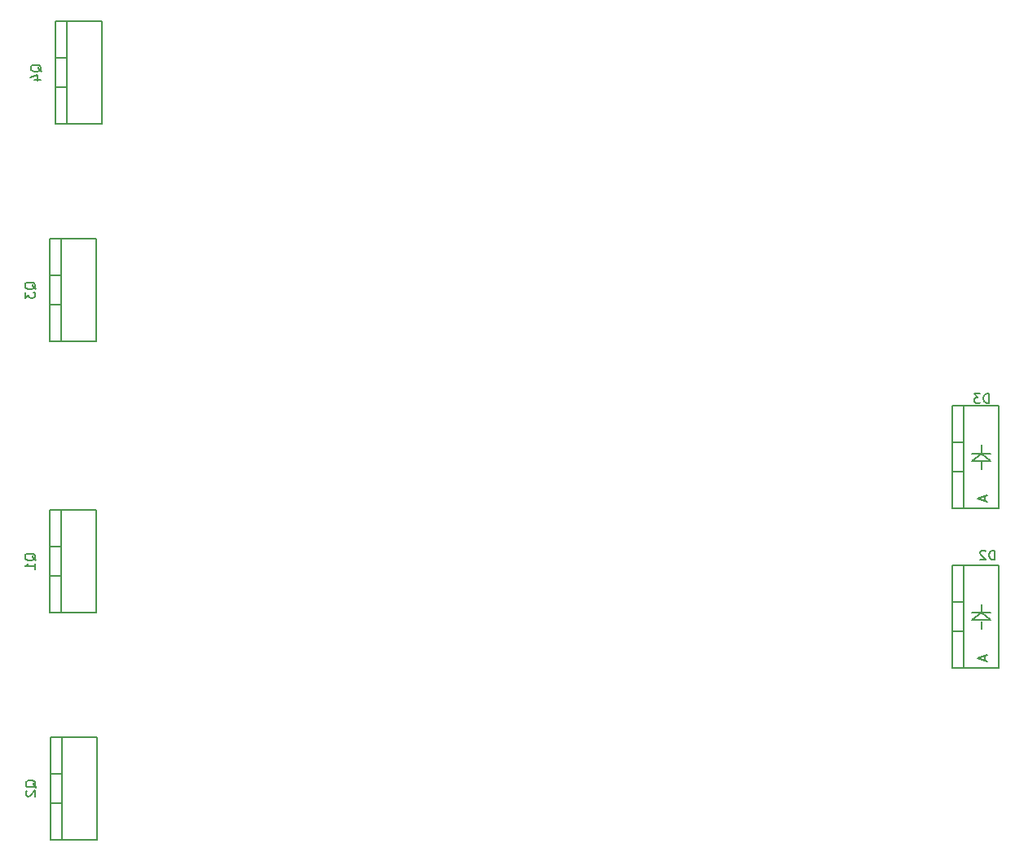
<source format=gbo>
G04 #@! TF.FileFunction,Legend,Bot*
%FSLAX46Y46*%
G04 Gerber Fmt 4.6, Leading zero omitted, Abs format (unit mm)*
G04 Created by KiCad (PCBNEW 4.0.3+e1-6302~38~ubuntu16.04.1-stable) date Tue Aug 30 03:26:48 2016*
%MOMM*%
%LPD*%
G01*
G04 APERTURE LIST*
%ADD10C,0.100000*%
%ADD11C,0.150000*%
G04 APERTURE END LIST*
D10*
D11*
X108817504Y-123384642D02*
X109960504Y-123384642D01*
X108817504Y-126432642D02*
X109960504Y-126432642D01*
X109960504Y-130242642D02*
X113643504Y-130242642D01*
X113643504Y-130242642D02*
X113643504Y-119574642D01*
X113643504Y-119574642D02*
X109960504Y-119574642D01*
X108817504Y-130242642D02*
X109960504Y-130242642D01*
X109960504Y-130242642D02*
X109960504Y-119574642D01*
X109960504Y-119574642D02*
X108817504Y-119574642D01*
X108817504Y-124908642D02*
X108817504Y-119574642D01*
X108817504Y-124908642D02*
X108817504Y-130242642D01*
X108881504Y-146984642D02*
X110024504Y-146984642D01*
X108881504Y-150032642D02*
X110024504Y-150032642D01*
X110024504Y-153842642D02*
X113707504Y-153842642D01*
X113707504Y-153842642D02*
X113707504Y-143174642D01*
X113707504Y-143174642D02*
X110024504Y-143174642D01*
X108881504Y-153842642D02*
X110024504Y-153842642D01*
X110024504Y-153842642D02*
X110024504Y-143174642D01*
X110024504Y-143174642D02*
X108881504Y-143174642D01*
X108881504Y-148508642D02*
X108881504Y-143174642D01*
X108881504Y-148508642D02*
X108881504Y-153842642D01*
X108817504Y-95197954D02*
X109960504Y-95197954D01*
X108817504Y-98245954D02*
X109960504Y-98245954D01*
X109960504Y-102055954D02*
X113643504Y-102055954D01*
X113643504Y-102055954D02*
X113643504Y-91387954D01*
X113643504Y-91387954D02*
X109960504Y-91387954D01*
X108817504Y-102055954D02*
X109960504Y-102055954D01*
X109960504Y-102055954D02*
X109960504Y-91387954D01*
X109960504Y-91387954D02*
X108817504Y-91387954D01*
X108817504Y-96721954D02*
X108817504Y-91387954D01*
X108817504Y-96721954D02*
X108817504Y-102055954D01*
X109417504Y-72591544D02*
X110560504Y-72591544D01*
X109417504Y-75639544D02*
X110560504Y-75639544D01*
X110560504Y-79449544D02*
X114243504Y-79449544D01*
X114243504Y-79449544D02*
X114243504Y-68781544D01*
X114243504Y-68781544D02*
X110560504Y-68781544D01*
X109417504Y-79449544D02*
X110560504Y-79449544D01*
X110560504Y-79449544D02*
X110560504Y-68781544D01*
X110560504Y-68781544D02*
X109417504Y-68781544D01*
X109417504Y-74115544D02*
X109417504Y-68781544D01*
X109417504Y-74115544D02*
X109417504Y-79449544D01*
X205573504Y-130265642D02*
X205573504Y-129376642D01*
X205573504Y-131154642D02*
X205573504Y-131916642D01*
X205573504Y-130265642D02*
X204557504Y-131027642D01*
X204557504Y-131027642D02*
X206462504Y-131027642D01*
X206462504Y-131027642D02*
X205573504Y-130265642D01*
X204557504Y-130265642D02*
X206462504Y-130265642D01*
X202525504Y-129122642D02*
X203668504Y-129122642D01*
X202525504Y-132170642D02*
X203668504Y-132170642D01*
X203668504Y-135980642D02*
X207351504Y-135980642D01*
X207351504Y-135980642D02*
X207351504Y-125312642D01*
X207351504Y-125312642D02*
X203668504Y-125312642D01*
X202525504Y-135980642D02*
X203668504Y-135980642D01*
X203668504Y-135980642D02*
X203668504Y-125312642D01*
X203668504Y-125312642D02*
X202525504Y-125312642D01*
X202525504Y-130646642D02*
X202525504Y-125312642D01*
X202525504Y-130646642D02*
X202525504Y-135980642D01*
X205573504Y-113685642D02*
X205573504Y-112796642D01*
X205573504Y-114574642D02*
X205573504Y-115336642D01*
X205573504Y-113685642D02*
X204557504Y-114447642D01*
X204557504Y-114447642D02*
X206462504Y-114447642D01*
X206462504Y-114447642D02*
X205573504Y-113685642D01*
X204557504Y-113685642D02*
X206462504Y-113685642D01*
X202525504Y-112542642D02*
X203668504Y-112542642D01*
X202525504Y-115590642D02*
X203668504Y-115590642D01*
X203668504Y-119400642D02*
X207351504Y-119400642D01*
X207351504Y-119400642D02*
X207351504Y-108732642D01*
X207351504Y-108732642D02*
X203668504Y-108732642D01*
X202525504Y-119400642D02*
X203668504Y-119400642D01*
X203668504Y-119400642D02*
X203668504Y-108732642D01*
X203668504Y-108732642D02*
X202525504Y-108732642D01*
X202525504Y-114066642D02*
X202525504Y-108732642D01*
X202525504Y-114066642D02*
X202525504Y-119400642D01*
X107333123Y-124813404D02*
X107285504Y-124718166D01*
X107190266Y-124622928D01*
X107047409Y-124480071D01*
X106999790Y-124384832D01*
X106999790Y-124289594D01*
X107237885Y-124337213D02*
X107190266Y-124241975D01*
X107095028Y-124146737D01*
X106904552Y-124099118D01*
X106571218Y-124099118D01*
X106380742Y-124146737D01*
X106285504Y-124241975D01*
X106237885Y-124337213D01*
X106237885Y-124527690D01*
X106285504Y-124622928D01*
X106380742Y-124718166D01*
X106571218Y-124765785D01*
X106904552Y-124765785D01*
X107095028Y-124718166D01*
X107190266Y-124622928D01*
X107237885Y-124527690D01*
X107237885Y-124337213D01*
X107237885Y-125718166D02*
X107237885Y-125146737D01*
X107237885Y-125432451D02*
X106237885Y-125432451D01*
X106380742Y-125337213D01*
X106475980Y-125241975D01*
X106523599Y-125146737D01*
X107397123Y-148413404D02*
X107349504Y-148318166D01*
X107254266Y-148222928D01*
X107111409Y-148080071D01*
X107063790Y-147984832D01*
X107063790Y-147889594D01*
X107301885Y-147937213D02*
X107254266Y-147841975D01*
X107159028Y-147746737D01*
X106968552Y-147699118D01*
X106635218Y-147699118D01*
X106444742Y-147746737D01*
X106349504Y-147841975D01*
X106301885Y-147937213D01*
X106301885Y-148127690D01*
X106349504Y-148222928D01*
X106444742Y-148318166D01*
X106635218Y-148365785D01*
X106968552Y-148365785D01*
X107159028Y-148318166D01*
X107254266Y-148222928D01*
X107301885Y-148127690D01*
X107301885Y-147937213D01*
X106397123Y-148746737D02*
X106349504Y-148794356D01*
X106301885Y-148889594D01*
X106301885Y-149127690D01*
X106349504Y-149222928D01*
X106397123Y-149270547D01*
X106492361Y-149318166D01*
X106587599Y-149318166D01*
X106730456Y-149270547D01*
X107301885Y-148699118D01*
X107301885Y-149318166D01*
X107333123Y-96626716D02*
X107285504Y-96531478D01*
X107190266Y-96436240D01*
X107047409Y-96293383D01*
X106999790Y-96198144D01*
X106999790Y-96102906D01*
X107237885Y-96150525D02*
X107190266Y-96055287D01*
X107095028Y-95960049D01*
X106904552Y-95912430D01*
X106571218Y-95912430D01*
X106380742Y-95960049D01*
X106285504Y-96055287D01*
X106237885Y-96150525D01*
X106237885Y-96341002D01*
X106285504Y-96436240D01*
X106380742Y-96531478D01*
X106571218Y-96579097D01*
X106904552Y-96579097D01*
X107095028Y-96531478D01*
X107190266Y-96436240D01*
X107237885Y-96341002D01*
X107237885Y-96150525D01*
X106237885Y-96912430D02*
X106237885Y-97531478D01*
X106618837Y-97198144D01*
X106618837Y-97341002D01*
X106666456Y-97436240D01*
X106714075Y-97483859D01*
X106809314Y-97531478D01*
X107047409Y-97531478D01*
X107142647Y-97483859D01*
X107190266Y-97436240D01*
X107237885Y-97341002D01*
X107237885Y-97055287D01*
X107190266Y-96960049D01*
X107142647Y-96912430D01*
X107933123Y-74020306D02*
X107885504Y-73925068D01*
X107790266Y-73829830D01*
X107647409Y-73686973D01*
X107599790Y-73591734D01*
X107599790Y-73496496D01*
X107837885Y-73544115D02*
X107790266Y-73448877D01*
X107695028Y-73353639D01*
X107504552Y-73306020D01*
X107171218Y-73306020D01*
X106980742Y-73353639D01*
X106885504Y-73448877D01*
X106837885Y-73544115D01*
X106837885Y-73734592D01*
X106885504Y-73829830D01*
X106980742Y-73925068D01*
X107171218Y-73972687D01*
X107504552Y-73972687D01*
X107695028Y-73925068D01*
X107790266Y-73829830D01*
X107837885Y-73734592D01*
X107837885Y-73544115D01*
X107171218Y-74829830D02*
X107837885Y-74829830D01*
X106790266Y-74591734D02*
X107504552Y-74353639D01*
X107504552Y-74972687D01*
X206938095Y-124752381D02*
X206938095Y-123752381D01*
X206700000Y-123752381D01*
X206557142Y-123800000D01*
X206461904Y-123895238D01*
X206414285Y-123990476D01*
X206366666Y-124180952D01*
X206366666Y-124323810D01*
X206414285Y-124514286D01*
X206461904Y-124609524D01*
X206557142Y-124704762D01*
X206700000Y-124752381D01*
X206938095Y-124752381D01*
X205985714Y-123847619D02*
X205938095Y-123800000D01*
X205842857Y-123752381D01*
X205604761Y-123752381D01*
X205509523Y-123800000D01*
X205461904Y-123847619D01*
X205414285Y-123942857D01*
X205414285Y-124038095D01*
X205461904Y-124180952D01*
X206033333Y-124752381D01*
X205414285Y-124752381D01*
X205867171Y-134726547D02*
X205867171Y-135202738D01*
X206152885Y-134631309D02*
X205152885Y-134964642D01*
X206152885Y-135297976D01*
X206338095Y-108452381D02*
X206338095Y-107452381D01*
X206100000Y-107452381D01*
X205957142Y-107500000D01*
X205861904Y-107595238D01*
X205814285Y-107690476D01*
X205766666Y-107880952D01*
X205766666Y-108023810D01*
X205814285Y-108214286D01*
X205861904Y-108309524D01*
X205957142Y-108404762D01*
X206100000Y-108452381D01*
X206338095Y-108452381D01*
X205433333Y-107452381D02*
X204814285Y-107452381D01*
X205147619Y-107833333D01*
X205004761Y-107833333D01*
X204909523Y-107880952D01*
X204861904Y-107928571D01*
X204814285Y-108023810D01*
X204814285Y-108261905D01*
X204861904Y-108357143D01*
X204909523Y-108404762D01*
X205004761Y-108452381D01*
X205290476Y-108452381D01*
X205385714Y-108404762D01*
X205433333Y-108357143D01*
X205867171Y-118146547D02*
X205867171Y-118622738D01*
X206152885Y-118051309D02*
X205152885Y-118384642D01*
X206152885Y-118717976D01*
M02*

</source>
